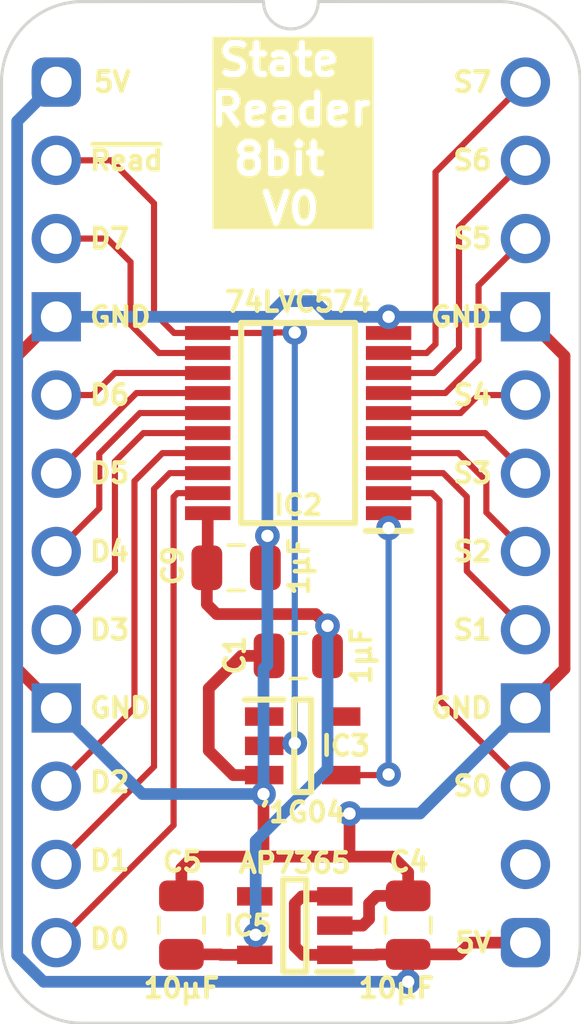
<source format=kicad_pcb>
(kicad_pcb (version 20241229) (generator "pcbnew") (generator_version "9.0")
  (title_block (title "State Reader 8bit") (date "2026-01-29") (rev "V0"))
  (layers (0 "F.Cu" signal) (2 "B.Cu" signal) (13 "F.Paste" user) (15 "B.Paste" user) (5 "F.SilkS" user "F.Silkscreen") (7 "B.SilkS" user "B.Silkscreen") (1 "F.Mask" user) (3 "B.Mask" user) (25 "Edge.Cuts" user))
  (net 0 "")
  (net 1 "GND")
  (net 2 "5V")
  (net 3 "/3.3V")
  (net 4 "D2")
  (net 5 "D3")
  (net 6 "D0")
  (net 7 "D4")
  (net 9 "D5")
  (net 10 "D1")
  (net 11 "D6")
  (net 12 "D7")
  (net 13 "S2")
  (net 14 "S5")
  (net 15 "S3")
  (net 16 "S4")
  (net 17 "S1")
  (net 18 "S7")
  (net 19 "S6")
  (net 20 "S0")
  (net 21 "/~{Read State}")
  (net 22 "Read State")
  (footprint "SamacSys_Parts:C_0805" (layer "F.Cu") (at 4.064 27.387)
    (property "Reference" "C5" (at 0.027 -2.075 180) (layer "F.SilkS") (effects (font (size 0.635 0.635))))
    (property "Value" "10µF" (at 0 2.032 0) (layer "F.SilkS") (effects (font (size 0.635 0.635))))
    (fp_line (start -0.735 0.245252) (end -0.735 -0.277252) (stroke (width 0.12)) (layer "F.SilkS"))
    (fp_line (start 0.735 0.245252) (end 0.735 -0.277252) (stroke (width 0.12)) (layer "F.SilkS"))
    (pad "1" smd roundrect (at 0 0.934 90) (size 1 1.45) (layers "F.Cu" "F.Mask" "F.Paste") (net 3 "/3.3V"))
    (pad "2" smd roundrect (at 0 -0.966 90) (size 1 1.45) (layers "F.Cu" "F.Mask" "F.Paste") (net 1 "GND"))
  )
  (footprint "SamacSys_Parts:SOP65P640X110-20N" (layer "F.Cu") (at 7.857 11.07 180)
    (property "Reference" "IC2" (at 0 -2.667 0) (layer "F.SilkS") (effects (font (size 0.635 0.635))))
    (property "Value" "74LVC574APW,118" (hide yes))
    (fp_line (start 1.85 3.25) (end -1.85 3.25) (stroke (width 0.2)) (layer "F.SilkS"))
    (fp_line (start 1.85 -3.25) (end 1.85 3.25) (stroke (width 0.2)) (layer "F.SilkS"))
    (fp_line (start -1.85 3.25) (end -1.85 -3.25) (stroke (width 0.2)) (layer "F.SilkS"))
    (fp_line (start -1.85 -3.25) (end 1.85 -3.25) (stroke (width 0.2)) (layer "F.SilkS"))
    (fp_line (start -3.675 -3.5) (end -2.2 -3.5) (stroke (width 0.2)) (layer "F.SilkS"))
    (fp_text user "${Silkscreen}" (at 0 3.937 0) (layer "F.SilkS") (effects (font (size 0.635 0.635))))
    (pad "1" smd rect (at -2.938 -2.925 270) (size 0.45 1.475) (layers "F.Cu" "F.Mask" "F.Paste") (net 21 "/~{Read State}"))
    (pad "2" smd rect (at -2.938 -2.275 270) (size 0.45 1.475) (layers "F.Cu" "F.Mask" "F.Paste") (net 20 "S0"))
    (pad "3" smd rect (at -2.938 -1.625 270) (size 0.45 1.475) (layers "F.Cu" "F.Mask" "F.Paste") (net 17 "S1"))
    (pad "4" smd rect (at -2.938 -0.975 270) (size 0.45 1.475) (layers "F.Cu" "F.Mask" "F.Paste") (net 13 "S2"))
    (pad "5" smd rect (at -2.938 -0.325 270) (size 0.45 1.475) (layers "F.Cu" "F.Mask" "F.Paste") (net 15 "S3"))
    (pad "6" smd rect (at -2.938 0.325 270) (size 0.45 1.475) (layers "F.Cu" "F.Mask" "F.Paste") (net 16 "S4"))
    (pad "7" smd rect (at -2.938 0.975 270) (size 0.45 1.475) (layers "F.Cu" "F.Mask" "F.Paste") (net 14 "S5"))
    (pad "8" smd rect (at -2.938 1.625 270) (size 0.45 1.475) (layers "F.Cu" "F.Mask" "F.Paste") (net 19 "S6"))
    (pad "9" smd rect (at -2.938 2.275 270) (size 0.45 1.475) (layers "F.Cu" "F.Mask" "F.Paste") (net 18 "S7"))
    (pad "10" smd rect (at -2.938 2.925 270) (size 0.45 1.475) (layers "F.Cu" "F.Mask" "F.Paste") (net 1 "GND"))
    (pad "11" smd rect (at 2.938 2.925 270) (size 0.45 1.475) (layers "F.Cu" "F.Mask" "F.Paste") (net 22 "Read State"))
    (pad "12" smd rect (at 2.938 2.275 270) (size 0.45 1.475) (layers "F.Cu" "F.Mask" "F.Paste") (net 12 "D7"))
    (pad "13" smd rect (at 2.938 1.625 270) (size 0.45 1.475) (layers "F.Cu" "F.Mask" "F.Paste") (net 11 "D6"))
    (pad "14" smd rect (at 2.938 0.975 270) (size 0.45 1.475) (layers "F.Cu" "F.Mask" "F.Paste") (net 9 "D5"))
    (pad "15" smd rect (at 2.938 0.325 270) (size 0.45 1.475) (layers "F.Cu" "F.Mask" "F.Paste") (net 7 "D4"))
    (pad "16" smd rect (at 2.938 -0.325 270) (size 0.45 1.475) (layers "F.Cu" "F.Mask" "F.Paste") (net 5 "D3"))
    (pad "17" smd rect (at 2.938 -0.975 270) (size 0.45 1.475) (layers "F.Cu" "F.Mask" "F.Paste") (net 4 "D2"))
    (pad "18" smd rect (at 2.938 -1.625 270) (size 0.45 1.475) (layers "F.Cu" "F.Mask" "F.Paste") (net 10 "D1"))
    (pad "19" smd rect (at 2.938 -2.275 270) (size 0.45 1.475) (layers "F.Cu" "F.Mask" "F.Paste") (net 6 "D0"))
    (pad "20" smd rect (at 2.938 -2.925 270) (size 0.45 1.475) (layers "F.Cu" "F.Mask" "F.Paste") (net 3 "/3.3V"))
  )
  (footprint "SamacSys_Parts:C_0805" (layer "F.Cu") (at 7.877 18.629 90)
    (property "Reference" "C1" (at 0.027 -2.075 270) (layer "F.SilkS") (effects (font (size 0.635 0.635))))
    (property "Value" "1μF" (at 0 2.032 90) (layer "F.SilkS") (effects (font (size 0.635 0.635))))
    (fp_line (start 0.735 0.245252) (end 0.735 -0.277252) (stroke (width 0.12)) (layer "F.SilkS"))
    (fp_line (start -0.735 0.245252) (end -0.735 -0.277252) (stroke (width 0.12)) (layer "F.SilkS"))
    (pad "1" smd roundrect (at 0 0.934 180) (size 1 1.45) (layers "F.Cu" "F.Mask" "F.Paste") (net 3 "/3.3V"))
    (pad "2" smd roundrect (at 0 -0.966 180) (size 1 1.45) (layers "F.Cu" "F.Mask" "F.Paste") (net 1 "GND"))
  )
  (footprint "SamacSys_Parts:C_0805" (layer "F.Cu") (at 11.43 27.387)
    (property "Reference" "C4" (at 0.027 -2.075 180) (layer "F.SilkS") (effects (font (size 0.635 0.635))))
    (property "Value" "10µF" (at -0.381 2.032 0) (layer "F.SilkS") (effects (font (size 0.635 0.635))))
    (fp_line (start -0.735 0.245252) (end -0.735 -0.277252) (stroke (width 0.12)) (layer "F.SilkS"))
    (fp_line (start 0.735 0.245252) (end 0.735 -0.277252) (stroke (width 0.12)) (layer "F.SilkS"))
    (pad "1" smd roundrect (at 0 0.934 90) (size 1 1.45) (layers "F.Cu" "F.Mask" "F.Paste") (net 2 "5V"))
    (pad "2" smd roundrect (at 0 -0.966 90) (size 1 1.45) (layers "F.Cu" "F.Mask" "F.Paste") (net 1 "GND"))
  )
  (footprint "SamacSys_Parts:DIP-24_Board_W15.24mm" (layer "F.Cu") (at 0 0)
    (property "Reference" "J1" (hide yes))
    (property "Value" "Board 2x12 W15.24mm" (hide yes))
    (fp_line (start -1.778 27.94) (end -1.778 0) (stroke (width 0.1)) (layer "Edge.Cuts"))
    (fp_line (start 6.731 -2.6162) (end 0.835732 -2.613732) (stroke (width 0.1)) (layer "Edge.Cuts"))
    (fp_line (start 14.404267 -2.613733) (end 8.509 -2.6162) (stroke (width 0.1)) (layer "Edge.Cuts"))
    (fp_line (start 14.404268 30.553732) (end 0.835733 30.553733) (stroke (width 0.1)) (layer "Edge.Cuts"))
    (fp_line (start 17.018 27.94) (end 17.017999 -0.000001) (stroke (width 0.1)) (layer "Edge.Cuts"))
    (fp_arc (start -1.778 0) (mid -1.012456 -1.848188) (end 0.835732 -2.613732) (stroke (width 0.1)) (layer "Edge.Cuts"))
    (fp_arc (start 0.835733 30.553733) (mid -1.012456 29.788189) (end -1.778 27.94) (stroke (width 0.1)) (layer "Edge.Cuts"))
    (fp_arc (start 8.509 -2.6162) (mid 7.62 -1.7272) (end 6.731 -2.6162) (stroke (width 0.1)) (layer "Edge.Cuts"))
    (fp_arc (start 14.404267 -2.613733) (mid 16.252455 -1.848189) (end 17.017999 -0.000001) (stroke (width 0.1)) (layer "Edge.Cuts"))
    (fp_arc (start 17.018 27.94) (mid 16.252455 29.788187) (end 14.404268 30.553732) (stroke (width 0.1)) (layer "Edge.Cuts"))
    (pad "1" thru_hole roundrect (at 0 0) (size 1.6 1.6) (drill 1) (layers "*.Cu" "*.Mask") (net 2 "5V"))
    (pad "2" thru_hole oval (at 0 2.54) (size 1.6 1.6) (drill 1) (layers "*.Cu" "*.Mask") (net 22 "Read State"))
    (pad "3" thru_hole oval (at 0 5.08) (size 1.6 1.6) (drill 1) (layers "*.Cu" "*.Mask") (net 12 "D7"))
    (pad "4" thru_hole rect (at 0 7.62) (size 1.6 1.6) (drill 1) (layers "*.Cu" "*.Mask") (net 1 "GND"))
    (pad "5" thru_hole oval (at 0 10.16) (size 1.6 1.6) (drill 1) (layers "*.Cu" "*.Mask") (net 11 "D6"))
    (pad "6" thru_hole oval (at 0 12.7) (size 1.6 1.6) (drill 1) (layers "*.Cu" "*.Mask") (net 9 "D5"))
    (pad "7" thru_hole oval (at 0 15.24) (size 1.6 1.6) (drill 1) (layers "*.Cu" "*.Mask") (net 7 "D4"))
    (pad "8" thru_hole oval (at 0 17.78) (size 1.6 1.6) (drill 1) (layers "*.Cu" "*.Mask") (net 5 "D3"))
    (pad "9" thru_hole rect (at 0 20.32) (size 1.6 1.6) (drill 1) (layers "*.Cu" "*.Mask") (net 1 "GND"))
    (pad "10" thru_hole oval (at 0 22.86) (size 1.6 1.6) (drill 1) (layers "*.Cu" "*.Mask") (net 4 "D2"))
    (pad "11" thru_hole oval (at 0 25.4) (size 1.6 1.6) (drill 1) (layers "*.Cu" "*.Mask") (net 10 "D1"))
    (pad "12" thru_hole oval (at 0 27.94) (size 1.6 1.6) (drill 1) (layers "*.Cu" "*.Mask") (net 6 "D0"))
    (pad "13" thru_hole roundrect (at 15.24 27.94) (size 1.6 1.6) (drill 1) (layers "*.Cu" "*.Mask") (net 2 "5V"))
    (pad "14" thru_hole oval (at 15.24 25.4) (size 1.6 1.6) (drill 1) (layers "*.Cu" "*.Mask"))
    (pad "15" thru_hole oval (at 15.24 22.86) (size 1.6 1.6) (drill 1) (layers "*.Cu" "*.Mask") (net 20 "S0"))
    (pad "16" thru_hole rect (at 15.24 20.32) (size 1.6 1.6) (drill 1) (layers "*.Cu" "*.Mask") (net 1 "GND"))
    (pad "17" thru_hole oval (at 15.24 17.78 180) (size 1.6 1.6) (drill 1) (layers "*.Cu" "*.Mask") (net 17 "S1"))
    (pad "18" thru_hole oval (at 15.24 15.24 180) (size 1.6 1.6) (drill 1) (layers "*.Cu" "*.Mask") (net 13 "S2"))
    (pad "19" thru_hole oval (at 15.24 12.7 180) (size 1.6 1.6) (drill 1) (layers "*.Cu" "*.Mask") (net 15 "S3"))
    (pad "20" thru_hole oval (at 15.24 10.16 180) (size 1.6 1.6) (drill 1) (layers "*.Cu" "*.Mask") (net 16 "S4"))
    (pad "21" thru_hole rect (at 15.24 7.62) (size 1.6 1.6) (drill 1) (layers "*.Cu" "*.Mask") (net 1 "GND"))
    (pad "22" thru_hole oval (at 15.24 5.08) (size 1.6 1.6) (drill 1) (layers "*.Cu" "*.Mask") (net 14 "S5"))
    (pad "23" thru_hole oval (at 15.24 2.54) (size 1.6 1.6) (drill 1) (layers "*.Cu" "*.Mask") (net 19 "S6"))
    (pad "24" thru_hole oval (at 15.24 0) (size 1.6 1.6) (drill 1) (layers "*.Cu" "*.Mask") (net 18 "S7"))
  )
  (footprint "SamacSys_Parts:C_0805" (layer "F.Cu") (at 5.825 15.769 -90)
    (property "Reference" "C9" (at -0.069 2.041 270) (layer "F.SilkS") (effects (font (size 0.635 0.635))))
    (property "Value" "1μF" (at -0.042 -2.066 90) (layer "F.SilkS") (effects (font (size 0.635 0.635))))
    (fp_line (start -0.735 0.245252) (end -0.735 -0.277252) (stroke (width 0.12)) (layer "F.SilkS"))
    (fp_line (start 0.735 0.245252) (end 0.735 -0.277252) (stroke (width 0.12)) (layer "F.SilkS"))
    (pad "1" smd roundrect (at 0 0.934) (size 1 1.45) (layers "F.Cu" "F.Mask" "F.Paste") (net 3 "/3.3V"))
    (pad "2" smd roundrect (at 0 -0.966) (size 1 1.45) (layers "F.Cu" "F.Mask" "F.Paste") (net 1 "GND"))
  )
  (footprint "SamacSys_Parts:SOT95P285X130-5N" (layer "F.Cu") (at 7.747 27.387 180)
    (property "Reference" "IC5" (at 1.524 0 180) (layer "F.SilkS") (effects (font (size 0.635 0.635))))
    (property "Value" "AP7365-33WG-7" (hide yes))
    (fp_line (start 0.375 1.5) (end -0.375 1.5) (stroke (width 0.2)) (layer "F.SilkS"))
    (fp_line (start 0.375 -1.5) (end 0.375 1.5) (stroke (width 0.2)) (layer "F.SilkS"))
    (fp_line (start -0.375 1.5) (end -0.375 -1.5) (stroke (width 0.2)) (layer "F.SilkS"))
    (fp_line (start -0.375 -1.5) (end 0.375 -1.5) (stroke (width 0.2)) (layer "F.SilkS"))
    (fp_line (start -1.875 -1.5) (end -0.725 -1.5) (stroke (width 0.2)) (layer "F.SilkS"))
    (fp_text user "${Silkscreen}" (at 0 2.032 180) (layer "F.SilkS") (effects (font (size 0.635 0.635))))
    (pad "1" smd rect (at -1.3 -0.95 270) (size 0.6 1.15) (layers "F.Cu" "F.Mask" "F.Paste") (net 2 "5V"))
    (pad "2" smd rect (at -1.3 0 270) (size 0.6 1.15) (layers "F.Cu" "F.Mask" "F.Paste") (net 1 "GND"))
    (pad "3" smd rect (at -1.3 0.95 270) (size 0.6 1.15) (layers "F.Cu" "F.Mask" "F.Paste") (net 2 "5V"))
    (pad "4" smd rect (at 1.3 0.95 270) (size 0.6 1.15) (layers "F.Cu" "F.Mask" "F.Paste"))
    (pad "5" smd rect (at 1.3 -0.95 270) (size 0.6 1.15) (layers "F.Cu" "F.Mask" "F.Paste") (net 3 "/3.3V"))
  )
  (footprint "SamacSys_Parts:SOT95P275X110-5N" (layer "F.Cu") (at 8.004 21.55)
    (property "Reference" "IC3" (at 1.397 0 0) (layer "F.SilkS") (effects (font (size 0.635 0.635))))
    (property "Value" "74LVC1G04GV,125" (hide yes))
    (property "Silkscreen" "'1G04" (at 0 2.159 0) (layer "F.SilkS") (effects (font (size 0.635 0.635))))
    (fp_line (start -1.875 -1.5) (end -0.625 -1.5) (stroke (width 0.2)) (layer "F.SilkS"))
    (fp_line (start -0.275 -1.5) (end 0.275 -1.5) (stroke (width 0.2)) (layer "F.SilkS"))
    (fp_line (start -0.275 1.5) (end -0.275 -1.5) (stroke (width 0.2)) (layer "F.SilkS"))
    (fp_line (start 0.275 -1.5) (end 0.275 1.5) (stroke (width 0.2)) (layer "F.SilkS"))
    (fp_line (start 0.275 1.5) (end -0.275 1.5) (stroke (width 0.2)) (layer "F.SilkS"))
    (pad "1" smd rect (at -1.25 -0.95 90) (size 0.6 1.25) (layers "F.Cu" "F.Mask" "F.Paste"))
    (pad "2" smd rect (at -1.25 0 90) (size 0.6 1.25) (layers "F.Cu" "F.Mask" "F.Paste") (net 22 "Read State"))
    (pad "3" smd rect (at -1.25 0.95 90) (size 0.6 1.25) (layers "F.Cu" "F.Mask" "F.Paste") (net 1 "GND"))
    (pad "4" smd rect (at 1.25 0.95 90) (size 0.6 1.25) (layers "F.Cu" "F.Mask" "F.Paste") (net 21 "/~{Read State}"))
    (pad "5" smd rect (at 1.25 -0.95 90) (size 0.6 1.25) (layers "F.Cu" "F.Mask" "F.Paste"))
  )
  (gr_text "S1" (at 14.224 17.78 0) (layer "F.SilkS") (effects (font (size 0.635 0.635) (thickness 0.15) (bold yes)) (justify right)))
  (gr_text "S5" (at 14.224 5.08 0) (layer "F.SilkS") (effects (font (size 0.635 0.635) (thickness 0.15) (bold yes)) (justify right)))
  (gr_text "S3" (at 14.224 12.7 0) (layer "F.SilkS") (effects (font (size 0.635 0.635) (thickness 0.15) (bold yes)) (justify right)))
  (gr_text "GND" (at 1.016 7.62 0) (layer "F.SilkS") (effects (font (size 0.635 0.635) (thickness 0.15) (bold yes)) (justify left)))
  (gr_text "S7" (at 14.224 0 0) (layer "F.SilkS") (effects (font (size 0.635 0.635) (thickness 0.15) (bold yes)) (justify right)))
  (gr_text "D7" (at 1.016 5.08 0) (layer "F.SilkS") (effects (font (size 0.635 0.635) (thickness 0.15) (bold yes)) (justify left)))
  (gr_text "D4" (at 1.016 15.24 0) (layer "F.SilkS") (effects (font (size 0.635 0.635) (thickness 0.15) (bold yes)) (justify left)))
  (gr_text "D2" (at 1.016 22.733 0) (layer "F.SilkS") (effects (font (size 0.635 0.635) (thickness 0.15) (bold yes)) (justify left)))
  (gr_text "S2" (at 14.224 15.24 0) (layer "F.SilkS") (effects (font (size 0.635 0.635) (thickness 0.15) (bold yes)) (justify right)))
  (gr_text "State \nReader\n8bit \nV0" (at 7.62 4.699 0) (layer "F.SilkS" knockout) (effects (font (size 1 1) (thickness 0.2) (bold yes)) (justify bottom)))
  (gr_text "S4" (at 14.224 10.16 0) (layer "F.SilkS") (effects (font (size 0.635 0.635) (thickness 0.15) (bold yes)) (justify right)))
  (gr_text "S6" (at 14.224 2.54 0) (layer "F.SilkS") (effects (font (size 0.635 0.635) (thickness 0.15) (bold yes)) (justify right)))
  (gr_text "5V" (at 1.143 0 0) (layer "F.SilkS") (effects (font (size 0.635 0.635) (thickness 0.15) (bold yes)) (justify left)))
  (gr_text "D3" (at 1.016 17.78 0) (layer "F.SilkS") (effects (font (size 0.635 0.635) (thickness 0.15) (bold yes)) (justify left)))
  (gr_text "GND" (at 14.224 7.62 0) (layer "F.SilkS") (effects (font (size 0.635 0.635) (thickness 0.15) (bold yes)) (justify right)))
  (gr_text "~{Read}" (at 1.016 2.54 0) (layer "F.SilkS") (effects (font (size 0.635 0.635) (thickness 0.15) (bold yes)) (justify left)))
  (gr_text "D6" (at 1.016 10.16 0) (layer "F.SilkS") (effects (font (size 0.635 0.635) (thickness 0.15) (bold yes)) (justify left)))
  (gr_text "D5" (at 1.016 12.7 0) (layer "F.SilkS") (effects (font (size 0.635 0.635) (thickness 0.15) (bold yes)) (justify left)))
  (gr_text "D1" (at 1.016 25.273 0) (layer "F.SilkS") (effects (font (size 0.635 0.635) (thickness 0.15) (bold yes)) (justify left)))
  (gr_text "D0" (at 1.016 27.813 0) (layer "F.SilkS") (effects (font (size 0.635 0.635) (thickness 0.15) (bold yes)) (justify left)))
  (gr_text "S0" (at 14.224 22.86 0) (layer "F.SilkS") (effects (font (size 0.635 0.635) (thickness 0.15) (bold yes)) (justify right)))
  (gr_text "GND" (at 1.016 20.32 0) (layer "F.SilkS") (effects (font (size 0.635 0.635) (thickness 0.15) (bold yes)) (justify left)))
  (gr_text "GND" (at 14.224 20.32 0) (layer "F.SilkS") (effects (font (size 0.635 0.635) (thickness 0.15) (bold yes)) (justify right)))
  (gr_text "5V" (at 14.224 27.94 0) (layer "F.SilkS") (effects (font (size 0.635 0.635) (thickness 0.15) (bold yes)) (justify right)))
  (segment (start 6.731 23.114) (end 6.731 22.523) (width 0.38) (layer "F.Cu") (net 1))
  (segment (start 9.525 25.146) (end 10.922 25.146) (width 0.38) (layer "F.Cu") (net 1))
  (segment (start 5.749 22.5) (end 4.953 21.704) (width 0.38) (layer "F.Cu") (net 1))
  (segment (start 6.791 14.799) (end 6.858 14.732) (width 0.38) (layer "F.Cu") (net 1))
  (segment (start 6.754 22.5) (end 5.749 22.5) (width 0.38) (layer "F.Cu") (net 1))
  (segment (start 16.51 19.05) (end 15.24 20.32) (width 0.38) (layer "F.Cu") (net 1))
  (segment (start 4.064 26.421) (end 4.064 25.527) (width 0.38) (layer "F.Cu") (net 1))
  (segment (start 6.009 18.629) (end 6.911 18.629) (width 0.38) (layer "F.Cu") (net 1))
  (segment (start 4.953 19.685) (end 6.009 18.629) (width 0.38) (layer "F.Cu") (net 1))
  (segment (start 0 20.32) (end -1.27 19.05) (width 0.38) (layer "F.Cu") (net 1))
  (segment (start 4.953 21.704) (end 4.953 19.685) (width 0.38) (layer "F.Cu") (net 1))
  (segment (start -1.27 19.05) (end -1.27 8.89) (width 0.38) (layer "F.Cu") (net 1))
  (segment (start -1.27 8.89) (end 0 7.62) (width 0.38) (layer "F.Cu") (net 1))
  (segment (start 11.43 25.654) (end 11.43 26.421) (width 0.38) (layer "F.Cu") (net 1))
  (segment (start 6.791 15.769) (end 6.791 14.799) (width 0.38) (layer "F.Cu") (net 1))
  (segment (start 9.047 27.387) (end 9.951 27.387) (width 0.38) (layer "F.Cu") (net 1))
  (segment (start 6.731 23.114) (end 6.731 25.146) (width 0.38) (layer "F.Cu") (net 1))
  (segment (start 4.064 25.527) (end 4.445 25.146) (width 0.38) (layer "F.Cu") (net 1))
  (segment (start 15.24 7.62) (end 16.51 8.89) (width 0.38) (layer "F.Cu") (net 1))
  (segment (start 9.951 27.387) (end 10.16 27.178) (width 0.38) (layer "F.Cu") (net 1))
  (segment (start 16.51 8.89) (end 16.51 19.05) (width 0.38) (layer "F.Cu") (net 1))
  (segment (start 11.43 26.421) (end 10.409 26.421) (width 0.38) (layer "F.Cu") (net 1))
  (segment (start 10.16 27.178) (end 10.16 26.67) (width 0.38) (layer "F.Cu") (net 1))
  (segment (start 4.445 25.146) (end 6.731 25.146) (width 0.38) (layer "F.Cu") (net 1))
  (segment (start 10.922 25.146) (end 11.43 25.654) (width 0.38) (layer "F.Cu") (net 1))
  (segment (start 10.795 7.62) (end 10.795 8.145) (width 0.38) (layer "F.Cu") (net 1))
  (segment (start 6.731 25.146) (end 9.525 25.146) (width 0.38) (layer "F.Cu") (net 1))
  (segment (start 9.525 23.749) (end 9.525 25.146) (width 0.38) (layer "F.Cu") (net 1))
  (segment (start 10.409 26.421) (end 10.16 26.67) (width 0.38) (layer "F.Cu") (net 1))
  (via (at 6.731 23.114) (size 0.8) (drill 0.4) (layers "F.Cu" "B.Cu") (net 1))
  (via (at 9.525 23.749) (size 0.8) (drill 0.4) (layers "F.Cu" "B.Cu") (net 1))
  (via (at 10.795 7.62) (size 0.8) (drill 0.4) (layers "F.Cu" "B.Cu") (net 1))
  (via (at 6.858 14.732) (size 0.8) (drill 0.4) (layers "F.Cu" "B.Cu") (net 1))
  (segment (start 6.858 18.923) (end 6.731 19.05) (width 0.38) (layer "B.Cu") (net 1))
  (segment (start 0 20.32) (end 2.794 23.114) (width 0.38) (layer "B.Cu") (net 1))
  (segment (start 6.731 23.114) (end 6.731 19.05) (width 0.38) (layer "B.Cu") (net 1))
  (segment (start 6.858 14.732) (end 6.858 18.923) (width 0.38) (layer "B.Cu") (net 1))
  (segment (start 15.24 20.32) (end 11.811 23.749) (width 0.38) (layer "B.Cu") (net 1))
  (segment (start 7.366 7.112) (end 8.382 7.112) (width 0.38) (layer "B.Cu") (net 1))
  (segment (start 6.858 7.62) (end 7.366 7.112) (width 0.38) (layer "B.Cu") (net 1))
  (segment (start 15.24 7.62) (end 10.795 7.62) (width 0.38) (layer "B.Cu") (net 1))
  (segment (start 11.811 23.749) (end 9.525 23.749) (width 0.38) (layer "B.Cu") (net 1))
  (segment (start 6.858 7.62) (end 0 7.62) (width 0.38) (layer "B.Cu") (net 1))
  (segment (start 8.382 7.112) (end 8.89 7.62) (width 0.38) (layer "B.Cu") (net 1))
  (segment (start 8.89 7.62) (end 10.795 7.62) (width 0.38) (layer "B.Cu") (net 1))
  (segment (start 2.794 23.114) (end 6.731 23.114) (width 0.38) (layer "B.Cu") (net 1))
  (segment (start 6.858 14.732) (end 6.858 7.62) (width 0.38) (layer "B.Cu") (net 1))
  (segment (start 11.43 28.321) (end 13.081 28.321) (width 0.38) (layer "F.Cu") (net 2))
  (segment (start 7.747 28.067) (end 7.747 26.67) (width 0.38) (layer "F.Cu") (net 2))
  (segment (start 10.398 28.337) (end 10.414 28.321) (width 0.38) (layer "F.Cu") (net 2))
  (segment (start 8.017 28.337) (end 7.747 28.067) (width 0.38) (layer "F.Cu") (net 2))
  (segment (start 7.747 26.67) (end 7.98 26.437) (width 0.38) (layer "F.Cu") (net 2))
  (segment (start 13.462 27.94) (end 15.24 27.94) (width 0.38) (layer "F.Cu") (net 2))
  (segment (start 10.414 28.321) (end 11.43 28.321) (width 0.38) (layer "F.Cu") (net 2))
  (segment (start 13.081 28.321) (end 13.462 27.94) (width 0.38) (layer "F.Cu") (net 2))
  (segment (start 11.43 28.321) (end 11.43 29.21) (width 0.38) (layer "F.Cu") (net 2))
  (segment (start 9.047 28.337) (end 8.017 28.337) (width 0.38) (layer "F.Cu") (net 2))
  (segment (start 9.047 28.337) (end 10.398 28.337) (width 0.38) (layer "F.Cu") (net 2))
  (segment (start 7.98 26.437) (end 9.047 26.437) (width 0.38) (layer "F.Cu") (net 2))
  (via (at 11.43 29.21) (size 0.8) (drill 0.4) (layers "F.Cu" "B.Cu") (net 2))
  (segment (start -0.414329 29.21) (end -1.27 28.354329) (width 0.38) (layer "B.Cu") (net 2))
  (segment (start -1.27 1.27) (end 0 0) (width 0.38) (layer "B.Cu") (net 2))
  (segment (start 11.43 29.21) (end -0.414329 29.21) (width 0.38) (layer "B.Cu") (net 2))
  (segment (start -1.27 28.354329) (end -1.27 1.27) (width 0.38) (layer "B.Cu") (net 2))
  (segment (start 6.447 27.716) (end 6.477 27.686) (width 0.38) (layer "F.Cu") (net 3))
  (segment (start 4.064 28.321) (end 5.334 28.321) (width 0.38) (layer "F.Cu") (net 3))
  (segment (start 8.43 17.272) (end 8.811 17.653) (width 0.38) (layer "F.Cu") (net 3))
  (segment (start 4.891001 16.952999) (end 5.210002 17.272) (width 0.38) (layer "F.Cu") (net 3))
  (segment (start 5.210002 17.272) (end 8.43 17.272) (width 0.38) (layer "F.Cu") (net 3))
  (segment (start 4.891 15.769) (end 4.891001 16.952999) (width 0.38) (layer "F.Cu") (net 3))
  (segment (start 5.35 28.337) (end 5.334 28.321) (width 0.38) (layer "F.Cu") (net 3))
  (segment (start 6.447 28.337) (end 6.447 27.716) (width 0.38) (layer "F.Cu") (net 3))
  (segment (start 6.447 28.337) (end 5.35 28.337) (width 0.38) (layer "F.Cu") (net 3))
  (segment (start 8.811 18.629) (end 8.811 17.653) (width 0.38) (layer "F.Cu") (net 3))
  (segment (start 4.919 13.995) (end 4.919 15.741) (width 0.38) (layer "F.Cu") (net 3))
  (via (at 8.811 17.653) (size 0.8) (drill 0.4) (layers "F.Cu" "B.Cu") (net 3))
  (via (at 6.477 27.686) (size 0.8) (drill 0.4) (layers "F.Cu" "B.Cu") (net 3))
  (segment (start 6.477 27.686) (end 6.477 24.638) (width 0.38) (layer "B.Cu") (net 3))
  (segment (start 8.811 22.304) (end 8.811 17.653) (width 0.38) (layer "B.Cu") (net 3))
  (segment (start 6.477 24.638) (end 8.811 22.304) (width 0.38) (layer "B.Cu") (net 3))
  (segment (start 4.919 12.045) (end 3.449 12.045) (width 0.2) (layer "F.Cu") (net 4))
  (segment (start 2.54 12.954) (end 2.54 20.32) (width 0.2) (layer "F.Cu") (net 4))
  (segment (start 2.54 20.32) (end 0 22.86) (width 0.2) (layer "F.Cu") (net 4))
  (segment (start 3.449 12.045) (end 2.54 12.954) (width 0.2) (layer "F.Cu") (net 4))
  (segment (start 1.905 15.875) (end 0 17.78) (width 0.2) (layer "F.Cu") (net 5))
  (segment (start 4.919 11.395) (end 2.829 11.395) (width 0.2) (layer "F.Cu") (net 5))
  (segment (start 2.829 11.395) (end 1.905 12.319) (width 0.2) (layer "F.Cu") (net 5))
  (segment (start 1.905 12.319) (end 1.905 15.875) (width 0.2) (layer "F.Cu") (net 5))
  (segment (start 3.81 24.13) (end 3.81 13.472) (width 0.2) (layer "F.Cu") (net 6))
  (segment (start 0 27.94) (end 3.81 24.13) (width 0.2) (layer "F.Cu") (net 6))
  (segment (start 3.937 13.345) (end 4.919 13.345) (width 0.2) (layer "F.Cu") (net 6))
  (segment (start 3.81 13.472) (end 3.937 13.345) (width 0.2) (layer "F.Cu") (net 6))
  (segment (start 1.397 12.065) (end 1.397 13.843) (width 0.2) (layer "F.Cu") (net 7))
  (segment (start 2.717 10.745) (end 1.397 12.065) (width 0.2) (layer "F.Cu") (net 7))
  (segment (start 1.397 13.843) (end 0 15.24) (width 0.2) (layer "F.Cu") (net 7))
  (segment (start 4.919 10.745) (end 2.717 10.745) (width 0.2) (layer "F.Cu") (net 7))
  (segment (start 2.605 10.095) (end 4.919 10.095) (width 0.2) (layer "F.Cu") (net 9))
  (segment (start 0 12.7) (end 2.605 10.095) (width 0.2) (layer "F.Cu") (net 9))
  (segment (start 3.175 13.208) (end 3.175 22.225) (width 0.2) (layer "F.Cu") (net 10))
  (segment (start 3.688 12.695) (end 3.175 13.208) (width 0.2) (layer "F.Cu") (net 10))
  (segment (start 4.919 12.695) (end 3.688 12.695) (width 0.2) (layer "F.Cu") (net 10))
  (segment (start 3.175 22.225) (end 0 25.4) (width 0.2) (layer "F.Cu") (net 10))
  (segment (start 0 10.16) (end 1.19 10.16) (width 0.2) (layer "F.Cu") (net 11))
  (segment (start 1.905 9.445) (end 4.919 9.445) (width 0.2) (layer "F.Cu") (net 11))
  (segment (start 1.19 10.16) (end 1.905 9.445) (width 0.2) (layer "F.Cu") (net 11))
  (segment (start 2.413 5.842) (end 2.413 7.874) (width 0.2) (layer "F.Cu") (net 12))
  (segment (start 0 5.08) (end 1.651 5.08) (width 0.2) (layer "F.Cu") (net 12))
  (segment (start 1.651 5.08) (end 2.413 5.842) (width 0.2) (layer "F.Cu") (net 12))
  (segment (start 3.334 8.795) (end 4.919 8.795) (width 0.2) (layer "F.Cu") (net 12))
  (segment (start 2.413 7.874) (end 3.334 8.795) (width 0.2) (layer "F.Cu") (net 12))
  (segment (start 13.061 12.045) (end 13.97 12.954) (width 0.2) (layer "F.Cu") (net 13))
  (segment (start 13.97 13.97) (end 15.24 15.24) (width 0.2) (layer "F.Cu") (net 13))
  (segment (start 13.97 12.954) (end 13.97 13.97) (width 0.2) (layer "F.Cu") (net 13))
  (segment (start 10.795 12.045) (end 13.061 12.045) (width 0.2) (layer "F.Cu") (net 13))
  (segment (start 13.716 6.604) (end 13.716 9.017) (width 0.2) (layer "F.Cu") (net 14))
  (segment (start 12.638 10.095) (end 10.795 10.095) (width 0.2) (layer "F.Cu") (net 14))
  (segment (start 15.24 5.08) (end 13.716 6.604) (width 0.2) (layer "F.Cu") (net 14))
  (segment (start 13.716 9.017) (end 12.638 10.095) (width 0.2) (layer "F.Cu") (net 14))
  (segment (start 13.935 11.395) (end 10.795 11.395) (width 0.2) (layer "F.Cu") (net 15))
  (segment (start 15.24 12.7) (end 13.935 11.395) (width 0.2) (layer "F.Cu") (net 15))
  (segment (start 13.716 10.16) (end 13.131 10.745) (width 0.2) (layer "F.Cu") (net 16))
  (segment (start 13.131 10.745) (end 10.795 10.745) (width 0.2) (layer "F.Cu") (net 16))
  (segment (start 15.24 10.16) (end 13.716 10.16) (width 0.2) (layer "F.Cu") (net 16))
  (segment (start 10.795 12.695) (end 12.568 12.695) (width 0.2) (layer "F.Cu") (net 17))
  (segment (start 13.335 15.875) (end 15.24 17.78) (width 0.2) (layer "F.Cu") (net 17))
  (segment (start 12.568 12.695) (end 13.335 13.462) (width 0.2) (layer "F.Cu") (net 17))
  (segment (start 13.335 13.462) (end 13.335 15.875) (width 0.2) (layer "F.Cu") (net 17))
  (segment (start 12.319 8.509) (end 12.319 2.921) (width 0.2) (layer "F.Cu") (net 18))
  (segment (start 12.319 2.921) (end 15.24 0) (width 0.2) (layer "F.Cu") (net 18))
  (segment (start 10.795 8.795) (end 12.033 8.795) (width 0.2) (layer "F.Cu") (net 18))
  (segment (start 12.033 8.795) (end 12.319 8.509) (width 0.2) (layer "F.Cu") (net 18))
  (segment (start 12.272 9.445) (end 10.795 9.445) (width 0.2) (layer "F.Cu") (net 19))
  (segment (start 13.081 4.699) (end 13.081 8.636) (width 0.2) (layer "F.Cu") (net 19))
  (segment (start 15.24 2.54) (end 13.081 4.699) (width 0.2) (layer "F.Cu") (net 19))
  (segment (start 13.081 8.636) (end 12.272 9.445) (width 0.2) (layer "F.Cu") (net 19))
  (segment (start 10.795 13.345) (end 12.202 13.345) (width 0.2) (layer "F.Cu") (net 20))
  (segment (start 12.446 20.066) (end 15.24 22.86) (width 0.2) (layer "F.Cu") (net 20))
  (segment (start 12.202 13.345) (end 12.446 13.589) (width 0.2) (layer "F.Cu") (net 20))
  (segment (start 12.446 13.589) (end 12.446 20.066) (width 0.2) (layer "F.Cu") (net 20))
  (segment (start 10.795 13.995) (end 10.795 14.478) (width 0.2) (layer "F.Cu") (net 21))
  (segment (start 9.254 22.5) (end 10.774 22.5) (width 0.2) (layer "F.Cu") (net 21))
  (segment (start 10.774 22.5) (end 10.795 22.479) (width 0.2) (layer "F.Cu") (net 21))
  (via (at 10.795 14.478) (size 0.8) (drill 0.4) (layers "F.Cu" "B.Cu") (net 21))
  (via (at 10.795 22.479) (size 0.8) (drill 0.4) (layers "F.Cu" "B.Cu") (net 21))
  (segment (start 10.795 14.478) (end 10.795 22.479) (width 0.2) (layer "B.Cu") (net 21))
  (segment (start 3.175 3.937) (end 1.778 2.54) (width 0.2) (layer "F.Cu") (net 22))
  (segment (start 6.754 21.55) (end 7.66 21.55) (width 0.2) (layer "F.Cu") (net 22))
  (segment (start 3.175 7.493) (end 3.175 3.937) (width 0.2) (layer "F.Cu") (net 22))
  (segment (start 7.66 21.55) (end 7.747 21.463) (width 0.2) (layer "F.Cu") (net 22))
  (segment (start 4.919 8.145) (end 3.827 8.145) (width 0.2) (layer "F.Cu") (net 22))
  (segment (start 1.778 2.54) (end 0 2.54) (width 0.2) (layer "F.Cu") (net 22))
  (segment (start 7.112 8.128) (end 7.095 8.145) (width 0.2) (layer "F.Cu") (net 22))
  (segment (start 7.095 8.145) (end 4.919 8.145) (width 0.2) (layer "F.Cu") (net 22))
  (segment (start 7.747 8.128) (end 7.112 8.128) (width 0.2) (layer "F.Cu") (net 22))
  (segment (start 3.827 8.145) (end 3.175 7.493) (width 0.2) (layer "F.Cu") (net 22))
  (via (at 7.747 21.463) (size 0.8) (drill 0.4) (layers "F.Cu" "B.Cu") (net 22))
  (via (at 7.747 8.128) (size 0.8) (drill 0.4) (layers "F.Cu" "B.Cu") (net 22))
  (segment (start 7.747 21.463) (end 7.747 8.128) (width 0.2) (layer "B.Cu") (net 22))
)
</source>
